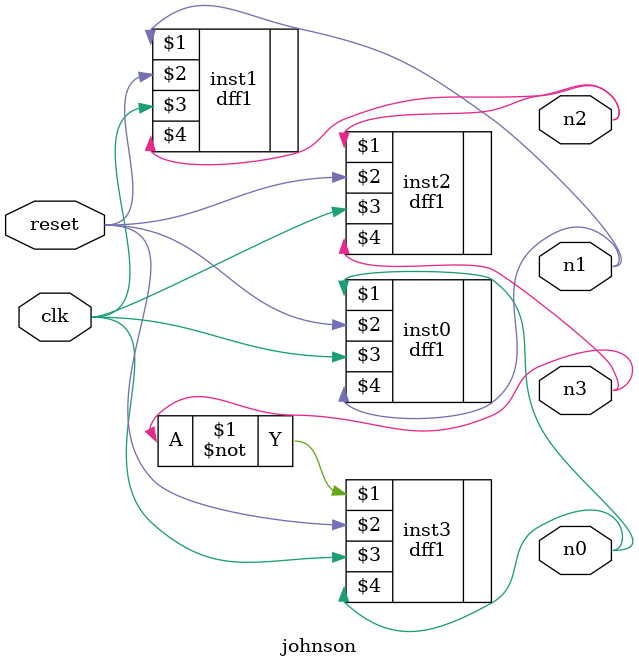
<source format=v>
`include "dff1.v"

module johnson(n0,n1,n2,n3,clk,reset);
    output n0,n1,n2,n3;
    input clk, reset;
    not (qbar,n3);
    dff1 inst3((~n3),reset,clk,n0);
    dff1 inst0(n0,reset,clk,n1);
    dff1 inst1(n1,reset,clk,n2);
    dff1 inst2(n2,reset,clk,n3);
    // dff1 inst3(qbar,reset,clk,n0);
endmodule


</source>
